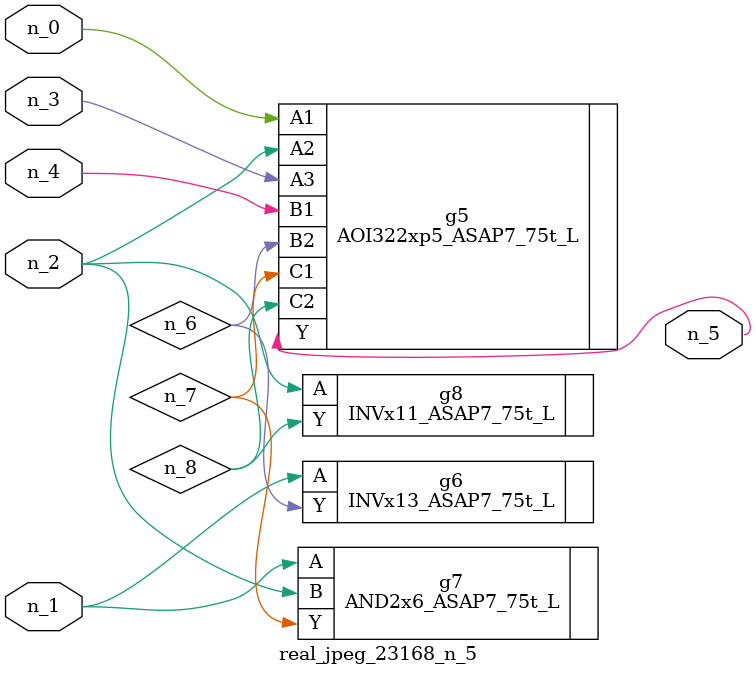
<source format=v>
module real_jpeg_23168_n_5 (n_4, n_0, n_1, n_2, n_3, n_5);

input n_4;
input n_0;
input n_1;
input n_2;
input n_3;

output n_5;

wire n_8;
wire n_6;
wire n_7;

AOI322xp5_ASAP7_75t_L g5 ( 
.A1(n_0),
.A2(n_2),
.A3(n_3),
.B1(n_4),
.B2(n_6),
.C1(n_7),
.C2(n_8),
.Y(n_5)
);

INVx13_ASAP7_75t_L g6 ( 
.A(n_1),
.Y(n_6)
);

AND2x6_ASAP7_75t_L g7 ( 
.A(n_1),
.B(n_2),
.Y(n_7)
);

INVx11_ASAP7_75t_L g8 ( 
.A(n_2),
.Y(n_8)
);


endmodule
</source>
